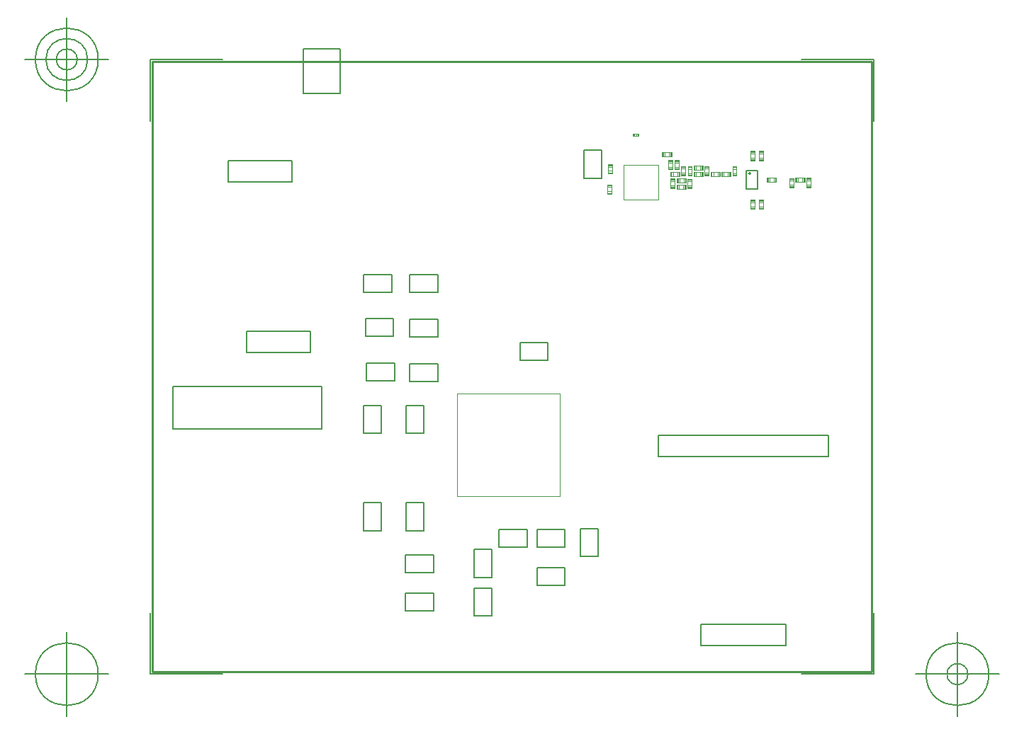
<source format=gbr>
G04 Generated by Ultiboard 14.0 *
%FSLAX24Y24*%
%MOIN*%

%ADD10C,0.0001*%
%ADD11C,0.0080*%
%ADD12C,0.0070*%
%ADD13C,0.0001*%
%ADD14C,0.0050*%
%ADD15C,0.0100*%


G04 ColorRGB 0000FF for the following layer *
%LN3D-Info Top*%
%LPD*%
G54D10*
G54D11*
X49860Y15458D02*
X57860Y15458D01*
X57860Y14459D01*
X49860Y14459D01*
X49860Y15458D01*
X33469Y19341D02*
X30471Y19341D01*
X30471Y20336D01*
X33469Y20336D01*
X33469Y19341D01*
X34867Y33637D02*
X33139Y33637D01*
X33139Y31551D01*
X34867Y31551D01*
X34867Y33637D01*
X32617Y27398D02*
X29619Y27398D01*
X29619Y28392D01*
X32617Y28392D01*
X32617Y27398D01*
X51858Y6536D02*
X55860Y6536D01*
X55860Y5545D01*
X51858Y5545D01*
X51858Y6536D01*
X53989Y27923D02*
X53989Y27057D01*
X54521Y27057D02*
X54521Y27923D01*
X54521Y27923D02*
X53989Y27923D01*
X53989Y27057D02*
X54521Y27057D01*
G54D12*
X41180Y6933D02*
X42017Y6933D01*
X42017Y8264D01*
X41180Y8264D01*
X41180Y6933D01*
X39267Y7180D02*
X37936Y7180D01*
X37936Y8017D01*
X39267Y8017D01*
X39267Y7180D01*
X44133Y9220D02*
X45464Y9220D01*
X45464Y8383D01*
X44133Y8383D01*
X44133Y9220D01*
X39267Y8980D02*
X37936Y8980D01*
X37936Y9817D01*
X39267Y9817D01*
X39267Y8980D01*
X43667Y10180D02*
X42336Y10180D01*
X42336Y11017D01*
X43667Y11017D01*
X43667Y10180D01*
X44133Y11020D02*
X45464Y11020D01*
X45464Y10183D01*
X44133Y10183D01*
X44133Y11020D01*
X46180Y9733D02*
X47017Y9733D01*
X47017Y11064D01*
X46180Y11064D01*
X46180Y9733D01*
X38820Y12267D02*
X37983Y12267D01*
X37983Y10936D01*
X38820Y10936D01*
X38820Y12267D01*
X27025Y17734D02*
X34025Y17734D01*
X34025Y15734D01*
X27025Y15734D01*
X27025Y17734D01*
X35980Y15533D02*
X36817Y15533D01*
X36817Y16864D01*
X35980Y16864D01*
X35980Y15533D01*
X37980Y15533D02*
X38817Y15533D01*
X38817Y16864D01*
X37980Y16864D01*
X37980Y15533D01*
X39467Y17980D02*
X38136Y17980D01*
X38136Y18817D01*
X39467Y18817D01*
X39467Y17980D01*
X43333Y19820D02*
X44664Y19820D01*
X44664Y18983D01*
X43333Y18983D01*
X43333Y19820D01*
X39467Y20080D02*
X38136Y20080D01*
X38136Y20917D01*
X39467Y20917D01*
X39467Y20080D01*
X39467Y22180D02*
X38136Y22180D01*
X38136Y23017D01*
X39467Y23017D01*
X39467Y22180D01*
X42020Y10087D02*
X41183Y10087D01*
X41183Y8756D01*
X42020Y8756D01*
X42020Y10087D01*
X36820Y12267D02*
X35983Y12267D01*
X35983Y10936D01*
X36820Y10936D01*
X36820Y12267D01*
X37437Y18000D02*
X36106Y18000D01*
X36106Y18837D01*
X37437Y18837D01*
X37437Y18000D01*
X37397Y20120D02*
X36066Y20120D01*
X36066Y20957D01*
X37397Y20957D01*
X37397Y20120D01*
X37327Y22180D02*
X35996Y22180D01*
X35996Y23017D01*
X37327Y23017D01*
X37327Y22180D01*
X47180Y28894D02*
X46343Y28894D01*
X46343Y27562D01*
X47180Y27562D01*
X47180Y28894D01*
G54D13*
X40398Y12598D02*
X40398Y17402D01*
X45202Y17402D02*
X45202Y12598D01*
X40398Y12598D01*
X40398Y17402D02*
X45202Y17402D01*
X50836Y27851D02*
X50737Y27851D01*
X50737Y27653D01*
X50836Y27653D01*
X50836Y27851D01*
X50833Y27653D02*
X50443Y27653D01*
X50443Y27850D01*
X50833Y27850D01*
X50833Y27653D01*
X50853Y27653D02*
X50801Y27653D01*
X50801Y27851D01*
X50853Y27851D01*
X50853Y27653D01*
X50541Y27653D02*
X50442Y27653D01*
X50442Y27850D01*
X50541Y27850D01*
X50541Y27653D01*
X50463Y27653D02*
X50411Y27653D01*
X50411Y27851D01*
X50463Y27851D01*
X50463Y27653D01*
X49839Y28168D02*
X49839Y26554D01*
X48224Y26554D02*
X48224Y28168D01*
X49839Y28168D01*
X49839Y26554D02*
X48224Y26554D01*
X51139Y27551D02*
X51040Y27551D01*
X51040Y27353D01*
X51139Y27353D01*
X51139Y27551D01*
X51136Y27353D02*
X50746Y27353D01*
X50746Y27550D01*
X51136Y27550D01*
X51136Y27353D01*
X51156Y27353D02*
X51104Y27353D01*
X51104Y27551D01*
X51156Y27551D01*
X51156Y27353D01*
X50844Y27353D02*
X50745Y27353D01*
X50745Y27550D01*
X50844Y27550D01*
X50844Y27353D01*
X50766Y27353D02*
X50714Y27353D01*
X50714Y27551D01*
X50766Y27551D01*
X50766Y27353D01*
X50717Y27049D02*
X50816Y27049D01*
X50816Y27247D01*
X50717Y27247D01*
X50717Y27049D01*
X50720Y27247D02*
X51110Y27247D01*
X51110Y27050D01*
X50720Y27050D01*
X50720Y27247D01*
X50700Y27247D02*
X50752Y27247D01*
X50752Y27049D01*
X50700Y27049D01*
X50700Y27247D01*
X51012Y27247D02*
X51111Y27247D01*
X51111Y27050D01*
X51012Y27050D01*
X51012Y27247D01*
X51090Y27247D02*
X51142Y27247D01*
X51142Y27049D01*
X51090Y27049D01*
X51090Y27247D01*
X51221Y27506D02*
X51418Y27506D01*
X51418Y27407D01*
X51221Y27407D01*
X51221Y27506D01*
X51418Y27503D02*
X51221Y27503D01*
X51221Y27113D01*
X51418Y27113D01*
X51418Y27503D01*
X51419Y27523D02*
X51221Y27523D01*
X51221Y27471D01*
X51419Y27471D01*
X51419Y27523D01*
X51418Y27211D02*
X51221Y27211D01*
X51221Y27112D01*
X51418Y27112D01*
X51418Y27211D01*
X51419Y27133D02*
X51221Y27133D01*
X51221Y27081D01*
X51419Y27081D01*
X51419Y27133D01*
X50421Y27516D02*
X50618Y27516D01*
X50618Y27417D01*
X50421Y27417D01*
X50421Y27516D01*
X50618Y27513D02*
X50421Y27513D01*
X50421Y27123D01*
X50618Y27123D01*
X50618Y27513D01*
X50619Y27533D02*
X50421Y27533D01*
X50421Y27481D01*
X50619Y27481D01*
X50619Y27533D01*
X50618Y27221D02*
X50421Y27221D01*
X50421Y27122D01*
X50618Y27122D01*
X50618Y27221D01*
X50619Y27143D02*
X50421Y27143D01*
X50421Y27091D01*
X50619Y27091D01*
X50619Y27143D01*
X50044Y28579D02*
X50143Y28579D01*
X50143Y28777D01*
X50044Y28777D01*
X50044Y28579D01*
X50047Y28777D02*
X50437Y28777D01*
X50437Y28580D01*
X50047Y28580D01*
X50047Y28777D01*
X50027Y28777D02*
X50079Y28777D01*
X50079Y28579D01*
X50027Y28579D01*
X50027Y28777D01*
X50339Y28777D02*
X50438Y28777D01*
X50438Y28580D01*
X50339Y28580D01*
X50339Y28777D01*
X50417Y28777D02*
X50469Y28777D01*
X50469Y28579D01*
X50417Y28579D01*
X50417Y28777D01*
X50511Y27984D02*
X50313Y27984D01*
X50313Y28083D01*
X50511Y28083D01*
X50511Y27984D01*
X50313Y27987D02*
X50510Y27987D01*
X50510Y28377D01*
X50313Y28377D01*
X50313Y27987D01*
X50313Y27967D02*
X50511Y27967D01*
X50511Y28019D01*
X50313Y28019D01*
X50313Y27967D01*
X50313Y28279D02*
X50510Y28279D01*
X50510Y28378D01*
X50313Y28378D01*
X50313Y28279D01*
X50313Y28357D02*
X50511Y28357D01*
X50511Y28409D01*
X50313Y28409D01*
X50313Y28357D01*
X50811Y27984D02*
X50613Y27984D01*
X50613Y28083D01*
X50811Y28083D01*
X50811Y27984D01*
X50613Y27987D02*
X50810Y27987D01*
X50810Y28377D01*
X50613Y28377D01*
X50613Y27987D01*
X50613Y27967D02*
X50811Y27967D01*
X50811Y28019D01*
X50613Y28019D01*
X50613Y27967D01*
X50613Y28279D02*
X50810Y28279D01*
X50810Y28378D01*
X50613Y28378D01*
X50613Y28279D01*
X50613Y28357D02*
X50811Y28357D01*
X50811Y28409D01*
X50613Y28409D01*
X50613Y28357D01*
X50929Y28106D02*
X51127Y28106D01*
X51127Y28007D01*
X50929Y28007D01*
X50929Y28106D01*
X51127Y28103D02*
X50930Y28103D01*
X50930Y27713D01*
X51127Y27713D01*
X51127Y28103D01*
X51127Y28123D02*
X50929Y28123D01*
X50929Y28071D01*
X51127Y28071D01*
X51127Y28123D01*
X51127Y27811D02*
X50930Y27811D01*
X50930Y27712D01*
X51127Y27712D01*
X51127Y27811D01*
X51127Y27733D02*
X50929Y27733D01*
X50929Y27681D01*
X51127Y27681D01*
X51127Y27733D01*
X51431Y27694D02*
X51233Y27694D01*
X51233Y27793D01*
X51431Y27793D01*
X51431Y27694D01*
X51233Y27697D02*
X51430Y27697D01*
X51430Y28087D01*
X51233Y28087D01*
X51233Y27697D01*
X51233Y27677D02*
X51431Y27677D01*
X51431Y27729D01*
X51233Y27729D01*
X51233Y27677D01*
X51233Y27989D02*
X51430Y27989D01*
X51430Y28088D01*
X51233Y28088D01*
X51233Y27989D01*
X51233Y28067D02*
X51431Y28067D01*
X51431Y28119D01*
X51233Y28119D01*
X51233Y28067D01*
X51524Y27649D02*
X51623Y27649D01*
X51623Y27847D01*
X51524Y27847D01*
X51524Y27649D01*
X51527Y27847D02*
X51917Y27847D01*
X51917Y27650D01*
X51527Y27650D01*
X51527Y27847D01*
X51507Y27847D02*
X51559Y27847D01*
X51559Y27649D01*
X51507Y27649D01*
X51507Y27847D01*
X51819Y27847D02*
X51918Y27847D01*
X51918Y27650D01*
X51819Y27650D01*
X51819Y27847D01*
X51897Y27847D02*
X51949Y27847D01*
X51949Y27649D01*
X51897Y27649D01*
X51897Y27847D01*
X51524Y27949D02*
X51623Y27949D01*
X51623Y28147D01*
X51524Y28147D01*
X51524Y27949D01*
X51527Y28147D02*
X51917Y28147D01*
X51917Y27950D01*
X51527Y27950D01*
X51527Y28147D01*
X51507Y28147D02*
X51559Y28147D01*
X51559Y27949D01*
X51507Y27949D01*
X51507Y28147D01*
X51819Y28147D02*
X51918Y28147D01*
X51918Y27950D01*
X51819Y27950D01*
X51819Y28147D01*
X51897Y28147D02*
X51949Y28147D01*
X51949Y27949D01*
X51897Y27949D01*
X51897Y28147D01*
X52029Y28106D02*
X52227Y28106D01*
X52227Y28007D01*
X52029Y28007D01*
X52029Y28106D01*
X52227Y28103D02*
X52030Y28103D01*
X52030Y27713D01*
X52227Y27713D01*
X52227Y28103D01*
X52227Y28123D02*
X52029Y28123D01*
X52029Y28071D01*
X52227Y28071D01*
X52227Y28123D01*
X52227Y27811D02*
X52030Y27811D01*
X52030Y27712D01*
X52227Y27712D01*
X52227Y27811D01*
X52227Y27733D02*
X52029Y27733D01*
X52029Y27681D01*
X52227Y27681D01*
X52227Y27733D01*
X52736Y27851D02*
X52637Y27851D01*
X52637Y27653D01*
X52736Y27653D01*
X52736Y27851D01*
X52733Y27653D02*
X52343Y27653D01*
X52343Y27850D01*
X52733Y27850D01*
X52733Y27653D01*
X52753Y27653D02*
X52701Y27653D01*
X52701Y27851D01*
X52753Y27851D01*
X52753Y27653D01*
X52441Y27653D02*
X52342Y27653D01*
X52342Y27850D01*
X52441Y27850D01*
X52441Y27653D01*
X52363Y27653D02*
X52311Y27653D01*
X52311Y27851D01*
X52363Y27851D01*
X52363Y27653D01*
X52824Y27649D02*
X52923Y27649D01*
X52923Y27847D01*
X52824Y27847D01*
X52824Y27649D01*
X52827Y27847D02*
X53217Y27847D01*
X53217Y27650D01*
X52827Y27650D01*
X52827Y27847D01*
X52807Y27847D02*
X52859Y27847D01*
X52859Y27649D01*
X52807Y27649D01*
X52807Y27847D01*
X53119Y27847D02*
X53218Y27847D01*
X53218Y27650D01*
X53119Y27650D01*
X53119Y27847D01*
X53197Y27847D02*
X53249Y27847D01*
X53249Y27649D01*
X53197Y27649D01*
X53197Y27847D01*
X53531Y27694D02*
X53333Y27694D01*
X53333Y27793D01*
X53531Y27793D01*
X53531Y27694D01*
X53333Y27697D02*
X53530Y27697D01*
X53530Y28087D01*
X53333Y28087D01*
X53333Y27697D01*
X53333Y27677D02*
X53531Y27677D01*
X53531Y27729D01*
X53333Y27729D01*
X53333Y27677D01*
X53333Y27989D02*
X53530Y27989D01*
X53530Y28088D01*
X53333Y28088D01*
X53333Y27989D01*
X53333Y28067D02*
X53531Y28067D01*
X53531Y28119D01*
X53333Y28119D01*
X53333Y28067D01*
X56025Y27548D02*
X56222Y27548D01*
X56222Y27449D01*
X56025Y27449D01*
X56025Y27548D01*
X56222Y27546D02*
X56025Y27546D01*
X56025Y27155D01*
X56222Y27155D01*
X56222Y27546D01*
X56223Y27565D02*
X56025Y27565D01*
X56025Y27513D01*
X56223Y27513D01*
X56223Y27565D01*
X56222Y27253D02*
X56025Y27253D01*
X56025Y27155D01*
X56222Y27155D01*
X56222Y27253D01*
X56223Y27175D02*
X56025Y27175D01*
X56025Y27123D01*
X56223Y27123D01*
X56223Y27175D01*
X54783Y28414D02*
X54586Y28414D01*
X54586Y28513D01*
X54783Y28513D01*
X54783Y28414D01*
X54586Y28417D02*
X54782Y28417D01*
X54782Y28808D01*
X54586Y28808D01*
X54586Y28417D01*
X54585Y28398D02*
X54783Y28398D01*
X54783Y28450D01*
X54585Y28450D01*
X54585Y28398D01*
X54586Y28709D02*
X54783Y28709D01*
X54783Y28808D01*
X54586Y28808D01*
X54586Y28709D01*
X54585Y28788D02*
X54783Y28788D01*
X54783Y28839D01*
X54585Y28839D01*
X54585Y28788D01*
X54383Y28414D02*
X54186Y28414D01*
X54186Y28513D01*
X54383Y28513D01*
X54383Y28414D01*
X54186Y28417D02*
X54382Y28417D01*
X54382Y28808D01*
X54186Y28808D01*
X54186Y28417D01*
X54185Y28398D02*
X54383Y28398D01*
X54383Y28450D01*
X54185Y28450D01*
X54185Y28398D01*
X54186Y28709D02*
X54383Y28709D01*
X54383Y28808D01*
X54186Y28808D01*
X54186Y28709D01*
X54185Y28788D02*
X54383Y28788D01*
X54383Y28839D01*
X54185Y28839D01*
X54185Y28788D01*
X56820Y27555D02*
X57017Y27555D01*
X57017Y27456D01*
X56820Y27456D01*
X56820Y27555D01*
X57018Y27553D02*
X56821Y27553D01*
X56821Y27162D01*
X57018Y27162D01*
X57018Y27553D01*
X57018Y27572D02*
X56820Y27572D01*
X56820Y27520D01*
X57018Y27520D01*
X57018Y27572D01*
X57017Y27260D02*
X56821Y27260D01*
X56821Y27161D01*
X57017Y27161D01*
X57017Y27260D01*
X57018Y27182D02*
X56820Y27182D01*
X56820Y27130D01*
X57018Y27130D01*
X57018Y27182D01*
X54586Y26526D02*
X54783Y26526D01*
X54783Y26427D01*
X54586Y26427D01*
X54586Y26526D01*
X54784Y26523D02*
X54587Y26523D01*
X54587Y26133D01*
X54784Y26133D01*
X54784Y26523D01*
X54784Y26543D02*
X54586Y26543D01*
X54586Y26491D01*
X54784Y26491D01*
X54784Y26543D01*
X54783Y26231D02*
X54587Y26231D01*
X54587Y26132D01*
X54783Y26132D01*
X54783Y26231D01*
X54784Y26153D02*
X54586Y26153D01*
X54586Y26101D01*
X54784Y26101D01*
X54784Y26153D01*
X54189Y26526D02*
X54387Y26526D01*
X54387Y26427D01*
X54189Y26427D01*
X54189Y26526D01*
X54387Y26523D02*
X54190Y26523D01*
X54190Y26133D01*
X54387Y26133D01*
X54387Y26523D01*
X54387Y26543D02*
X54189Y26543D01*
X54189Y26491D01*
X54387Y26491D01*
X54387Y26543D01*
X54387Y26231D02*
X54190Y26231D01*
X54190Y26132D01*
X54387Y26132D01*
X54387Y26231D01*
X54387Y26153D02*
X54189Y26153D01*
X54189Y26101D01*
X54387Y26101D01*
X54387Y26153D01*
X55372Y27595D02*
X55273Y27595D01*
X55273Y27398D01*
X55372Y27398D01*
X55372Y27595D01*
X55369Y27398D02*
X54979Y27398D01*
X54979Y27595D01*
X55369Y27595D01*
X55369Y27398D01*
X55389Y27397D02*
X55337Y27397D01*
X55337Y27595D01*
X55389Y27595D01*
X55389Y27397D01*
X55077Y27398D02*
X54978Y27398D01*
X54978Y27595D01*
X55077Y27595D01*
X55077Y27398D01*
X54999Y27397D02*
X54947Y27397D01*
X54947Y27595D01*
X54999Y27595D01*
X54999Y27397D01*
X56315Y27385D02*
X56414Y27385D01*
X56414Y27582D01*
X56315Y27582D01*
X56315Y27385D01*
X56317Y27582D02*
X56708Y27582D01*
X56708Y27386D01*
X56317Y27386D01*
X56317Y27582D01*
X56298Y27583D02*
X56350Y27583D01*
X56350Y27385D01*
X56298Y27385D01*
X56298Y27583D01*
X56610Y27582D02*
X56709Y27582D01*
X56709Y27385D01*
X56610Y27385D01*
X56610Y27582D01*
X56688Y27583D02*
X56740Y27583D01*
X56740Y27385D01*
X56688Y27385D01*
X56688Y27583D01*
X47479Y28196D02*
X47677Y28196D01*
X47677Y28097D01*
X47479Y28097D01*
X47479Y28196D01*
X47677Y28193D02*
X47480Y28193D01*
X47480Y27803D01*
X47677Y27803D01*
X47677Y28193D01*
X47677Y28213D02*
X47479Y28213D01*
X47479Y28161D01*
X47677Y28161D01*
X47677Y28213D01*
X47677Y27901D02*
X47480Y27901D01*
X47480Y27802D01*
X47677Y27802D01*
X47677Y27901D01*
X47677Y27823D02*
X47479Y27823D01*
X47479Y27771D01*
X47677Y27771D01*
X47677Y27823D01*
X47459Y27236D02*
X47657Y27236D01*
X47657Y27137D01*
X47459Y27137D01*
X47459Y27236D01*
X47657Y27233D02*
X47460Y27233D01*
X47460Y26843D01*
X47657Y26843D01*
X47657Y27233D01*
X47657Y27253D02*
X47459Y27253D01*
X47459Y27201D01*
X47657Y27201D01*
X47657Y27253D01*
X47657Y26941D02*
X47460Y26941D01*
X47460Y26842D01*
X47657Y26842D01*
X47657Y26941D01*
X47657Y26863D02*
X47459Y26863D01*
X47459Y26811D01*
X47657Y26811D01*
X47657Y26863D01*
X48655Y29659D02*
X48716Y29659D01*
X48716Y29540D01*
X48655Y29540D01*
X48655Y29659D01*
X48654Y29659D02*
X48893Y29659D01*
X48893Y29540D01*
X48654Y29540D01*
X48654Y29659D01*
X48670Y29659D02*
X48644Y29659D01*
X48644Y29541D01*
X48670Y29541D01*
X48670Y29659D01*
X48892Y29540D02*
X48829Y29540D01*
X48829Y29659D01*
X48892Y29659D01*
X48892Y29540D01*
X48913Y29662D02*
X48886Y29662D01*
X48886Y29540D01*
X48913Y29540D01*
X48913Y29662D01*
G54D14*
X54087Y27781D02*
G75*
D01*
G02X54087Y27781I52J0*
G01*
X25960Y4200D02*
X25960Y7095D01*
X25960Y4200D02*
X29362Y4200D01*
X59980Y4200D02*
X56578Y4200D01*
X59980Y4200D02*
X59980Y7095D01*
X59980Y33150D02*
X59980Y30255D01*
X59980Y33150D02*
X56578Y33150D01*
X25960Y33150D02*
X29362Y33150D01*
X25960Y33150D02*
X25960Y30255D01*
X23991Y4200D02*
X20054Y4200D01*
X22023Y2231D02*
X22023Y6169D01*
X20547Y4200D02*
G75*
D01*
G02X20547Y4200I1476J0*
G01*
X61949Y4200D02*
X65886Y4200D01*
X63917Y2231D02*
X63917Y6169D01*
X62441Y4200D02*
G75*
D01*
G02X62441Y4200I1476J0*
G01*
X63425Y4200D02*
G75*
D01*
G02X63425Y4200I492J0*
G01*
X23991Y33150D02*
X20054Y33150D01*
X22023Y31181D02*
X22023Y35119D01*
X20547Y33150D02*
G75*
D01*
G02X20547Y33150I1476J0*
G01*
X21039Y33150D02*
G75*
D01*
G02X21039Y33150I984J0*
G01*
X21531Y33150D02*
G75*
D01*
G02X21531Y33150I492J0*
G01*
X25960Y4200D02*
X25960Y7095D01*
X25960Y4200D02*
X29362Y4200D01*
X59980Y4200D02*
X56578Y4200D01*
X59980Y4200D02*
X59980Y7095D01*
X59980Y33150D02*
X59980Y30255D01*
X59980Y33150D02*
X56578Y33150D01*
X25960Y33150D02*
X29362Y33150D01*
X25960Y33150D02*
X25960Y30255D01*
X23991Y4200D02*
X20054Y4200D01*
X22023Y2231D02*
X22023Y6169D01*
X20547Y4200D02*
G75*
D01*
G02X20547Y4200I1476J0*
G01*
X61949Y4200D02*
X65886Y4200D01*
X63917Y2231D02*
X63917Y6169D01*
X62441Y4200D02*
G75*
D01*
G02X62441Y4200I1476J0*
G01*
X63425Y4200D02*
G75*
D01*
G02X63425Y4200I492J0*
G01*
X23991Y33150D02*
X20054Y33150D01*
X22023Y31181D02*
X22023Y35119D01*
X20547Y33150D02*
G75*
D01*
G02X20547Y33150I1476J0*
G01*
X21039Y33150D02*
G75*
D01*
G02X21039Y33150I984J0*
G01*
X21531Y33150D02*
G75*
D01*
G02X21531Y33150I492J0*
G01*
G54D15*
X26060Y4300D02*
X59880Y4300D01*
X59880Y33050D01*
X26060Y33050D01*
X26060Y4300D01*

M02*

</source>
